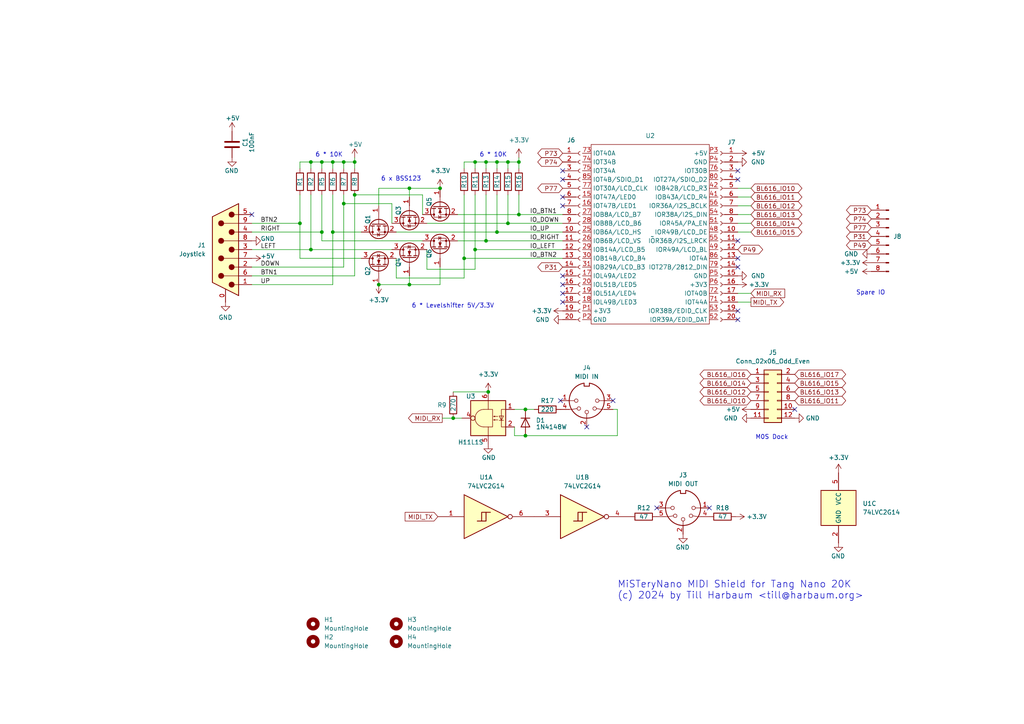
<source format=kicad_sch>
(kicad_sch (version 20231120) (generator "eeschema") (generator_version "8.0")
  (paper "A4")
  (title_block (title "MiSTeryNano MIDI Shield") (date "2024-01-11") (rev "V1.0") (company "Till Harbaum"))
  (lib_symbols
    (symbol "74xGxx:74LVC2G14"
      (property "Reference" "U" (at 0 7.62 0))
      (property "Value" "74LVC2G14" (at 2.54 -7.62 0))
      (symbol "74LVC2G14_1_1"
        (pin input line (at -15.24 0 0) (length 7.62) (name "~") (number "1"))
        (pin output inverted (at 12.7 0 180) (length 7.62) (name "~") (number "6"))
      )
      (symbol "74LVC2G14_2_1"
        (pin input line (at -15.24 0 0) (length 7.62) (name "~") (number "3"))
        (pin output inverted (at 12.7 0 180) (length 7.62) (name "~") (number "4"))
      )
      (symbol "74LVC2G14_3_1"
        (pin power_in line (at 0 -10.16 90) (length 5.08) (name "GND") (number "2"))
        (pin power_in line (at 0 10.16 270) (length 5.08) (name "VCC") (number "5"))
      )
    )
    (symbol "Connector:Conn_01x08_Pin" (pin_names (offset 1.016) hide)
      (property "Reference" "J" (at 0 10.16 0))
      (property "Value" "Conn_01x08_Pin" (at 0 -12.7 0))
      (symbol "Conn_01x08_Pin_1_1"
        (pin passive line (at 5.08 7.62 180) (length 3.81) (name "Pin_1") (number "1"))
        (pin passive line (at 5.08 5.08 180) (length 3.81) (name "Pin_2") (number "2"))
        (pin passive line (at 5.08 2.54 180) (length 3.81) (name "Pin_3") (number "3"))
        (pin passive line (at 5.08 0 180) (length 3.81) (name "Pin_4") (number "4"))
        (pin passive line (at 5.08 -2.54 180) (length 3.81) (name "Pin_5") (number "5"))
        (pin passive line (at 5.08 -5.08 180) (length 3.81) (name "Pin_6") (number "6"))
        (pin passive line (at 5.08 -7.62 180) (length 3.81) (name "Pin_7") (number "7"))
        (pin passive line (at 5.08 -10.16 180) (length 3.81) (name "Pin_8") (number "8"))
      )
    )
    (symbol "Connector:Conn_01x20_Socket" (pin_names (offset 1.016) hide)
      (property "Reference" "J" (at 0 25.4 0))
      (property "Value" "Conn_01x20_Socket" (at 0 -27.94 0))
      (symbol "Conn_01x20_Socket_1_1"
        (pin passive line (at -5.08 22.86 0) (length 3.81) (name "Pin_1") (number "1"))
        (pin passive line (at -5.08 0 0) (length 3.81) (name "Pin_10") (number "10"))
        (pin passive line (at -5.08 -2.54 0) (length 3.81) (name "Pin_11") (number "11"))
        (pin passive line (at -5.08 -5.08 0) (length 3.81) (name "Pin_12") (number "12"))
        (pin passive line (at -5.08 -7.62 0) (length 3.81) (name "Pin_13") (number "13"))
        (pin passive line (at -5.08 -10.16 0) (length 3.81) (name "Pin_14") (number "14"))
        (pin passive line (at -5.08 -12.7 0) (length 3.81) (name "Pin_15") (number "15"))
        (pin passive line (at -5.08 -15.24 0) (length 3.81) (name "Pin_16") (number "16"))
        (pin passive line (at -5.08 -17.78 0) (length 3.81) (name "Pin_17") (number "17"))
        (pin passive line (at -5.08 -20.32 0) (length 3.81) (name "Pin_18") (number "18"))
        (pin passive line (at -5.08 -22.86 0) (length 3.81) (name "Pin_19") (number "19"))
        (pin passive line (at -5.08 20.32 0) (length 3.81) (name "Pin_2") (number "2"))
        (pin passive line (at -5.08 -25.4 0) (length 3.81) (name "Pin_20") (number "20"))
        (pin passive line (at -5.08 17.78 0) (length 3.81) (name "Pin_3") (number "3"))
        (pin passive line (at -5.08 15.24 0) (length 3.81) (name "Pin_4") (number "4"))
        (pin passive line (at -5.08 12.7 0) (length 3.81) (name "Pin_5") (number "5"))
        (pin passive line (at -5.08 10.16 0) (length 3.81) (name "Pin_6") (number "6"))
        (pin passive line (at -5.08 7.62 0) (length 3.81) (name "Pin_7") (number "7"))
        (pin passive line (at -5.08 5.08 0) (length 3.81) (name "Pin_8") (number "8"))
        (pin passive line (at -5.08 2.54 0) (length 3.81) (name "Pin_9") (number "9"))
      )
    )
    (symbol "Connector:DE9_Plug_MountingHoles" (pin_names (offset 1.016) hide)
      (property "Reference" "J" (at 0 16.51 0))
      (property "Value" "DE9_Plug_MountingHoles" (at 0 14.605 0))
      (symbol "DE9_Plug_MountingHoles_1_1"
        (pin passive line (at 0 -15.24 90) (length 3.81) (name "PAD") (number "0"))
        (pin passive line (at -7.62 -10.16 0) (length 3.81) (name "1") (number "1"))
        (pin passive line (at -7.62 -5.08 0) (length 3.81) (name "2") (number "2"))
        (pin passive line (at -7.62 0 0) (length 3.81) (name "3") (number "3"))
        (pin passive line (at -7.62 5.08 0) (length 3.81) (name "4") (number "4"))
        (pin passive line (at -7.62 10.16 0) (length 3.81) (name "5") (number "5"))
        (pin passive line (at -7.62 -7.62 0) (length 3.81) (name "6") (number "6"))
        (pin passive line (at -7.62 -2.54 0) (length 3.81) (name "7") (number "7"))
        (pin passive line (at -7.62 2.54 0) (length 3.81) (name "8") (number "8"))
        (pin passive line (at -7.62 7.62 0) (length 3.81) (name "9") (number "9"))
      )
    )
    (symbol "Connector:DIN-5_180degree" (pin_names (offset 1.016))
      (property "Reference" "J" (at 3.175 5.715 0))
      (property "Value" "DIN-5_180degree" (at 0 -6.35 0))
      (symbol "DIN-5_180degree_1_1"
        (pin passive line (at -7.62 0 0) (length 2.54) (name "~") (number "1"))
        (pin passive line (at 0 7.62 270) (length 2.54) (name "~") (number "2"))
        (pin passive line (at 7.62 0 180) (length 2.54) (name "~") (number "3"))
        (pin passive line (at -7.62 2.54 0) (length 2.54) (name "~") (number "4"))
        (pin passive line (at 7.62 2.54 180) (length 2.54) (name "~") (number "5"))
      )
    )
    (symbol "Connector_Generic:Conn_02x06_Odd_Even" (pin_names (offset 1.016) hide)
      (property "Reference" "J" (at 1.27 7.62 0))
      (property "Value" "Conn_02x06_Odd_Even" (at 1.27 -10.16 0))
      (symbol "Conn_02x06_Odd_Even_1_1"
        (pin passive line (at -5.08 5.08 0) (length 3.81) (name "Pin_1") (number "1"))
        (pin passive line (at 7.62 -5.08 180) (length 3.81) (name "Pin_10") (number "10"))
        (pin passive line (at -5.08 -7.62 0) (length 3.81) (name "Pin_11") (number "11"))
        (pin passive line (at 7.62 -7.62 180) (length 3.81) (name "Pin_12") (number "12"))
        (pin passive line (at 7.62 5.08 180) (length 3.81) (name "Pin_2") (number "2"))
        (pin passive line (at -5.08 2.54 0) (length 3.81) (name "Pin_3") (number "3"))
        (pin passive line (at 7.62 2.54 180) (length 3.81) (name "Pin_4") (number "4"))
        (pin passive line (at -5.08 0 0) (length 3.81) (name "Pin_5") (number "5"))
        (pin passive line (at 7.62 0 180) (length 3.81) (name "Pin_6") (number "6"))
        (pin passive line (at -5.08 -2.54 0) (length 3.81) (name "Pin_7") (number "7"))
        (pin passive line (at 7.62 -2.54 180) (length 3.81) (name "Pin_8") (number "8"))
        (pin passive line (at -5.08 -5.08 0) (length 3.81) (name "Pin_9") (number "9"))
      )
    )
    (symbol "Device:C" (pin_numbers hide) (pin_names (offset 0.254))
      (property "Reference" "C" (at 0.635 2.54 0))
      (property "Value" "C" (at 0.635 -2.54 0))
      (symbol "C_1_1"
        (pin passive line (at 0 3.81 270) (length 2.794) (name "~") (number "1"))
        (pin passive line (at 0 -3.81 90) (length 2.794) (name "~") (number "2"))
      )
    )
    (symbol "Device:R" (pin_numbers hide) (pin_names (offset 0))
      (property "Reference" "R" (at 2.032 0 90))
      (property "Value" "R" (at 0 0 90))
      (symbol "R_1_1"
        (pin passive line (at 0 3.81 270) (length 1.27) (name "~") (number "1"))
        (pin passive line (at 0 -3.81 90) (length 1.27) (name "~") (number "2"))
      )
    )
    (symbol "Diode:1N4148W" (pin_numbers hide) (pin_names hide)
      (property "Reference" "D" (at 0 2.54 0))
      (property "Value" "1N4148W" (at 0 -2.54 0))
      (symbol "1N4148W_1_1"
        (pin passive line (at -3.81 0 0) (length 2.54) (name "K") (number "1"))
        (pin passive line (at 3.81 0 180) (length 2.54) (name "A") (number "2"))
      )
    )
    (symbol "Isolator:H11L1" (pin_names (offset 1.016))
      (property "Reference" "U" (at 1.27 8.89 0))
      (property "Value" "H11L1" (at 1.27 6.35 0))
      (symbol "H11L1_1_1"
        (pin passive line (at -7.62 2.54 0) (length 2.54) (name "~") (number "1"))
        (pin passive line (at -7.62 -2.54 0) (length 2.54) (name "~") (number "2"))
        (pin no_connect line (at -5.08 0 0) (length 2.54) hide (name "~") (number "3"))
        (pin output inverted (at 7.62 0 180) (length 3.81) (name "~") (number "4"))
        (pin power_in line (at 0 -7.62 90) (length 2.54) (name "~") (number "5"))
        (pin power_in line (at 0 7.62 270) (length 2.54) (name "~") (number "6"))
      )
    )
    (symbol "Mechanical:MountingHole" (pin_names (offset 1.016))
      (property "Reference" "H" (at 0 5.08 0))
      (property "Value" "MountingHole" (at 0 3.175 0))
    )
    (symbol "Transistor_FET:BSS123" (pin_names hide)
      (property "Reference" "Q" (at 5.08 1.905 0))
      (property "Value" "BSS123" (at 5.08 0 0))
      (symbol "BSS123_1_1"
        (pin input line (at -5.08 0 0) (length 2.54) (name "G") (number "1"))
        (pin passive line (at 2.54 -5.08 90) (length 2.54) (name "S") (number "2"))
        (pin passive line (at 2.54 5.08 270) (length 2.54) (name "D") (number "3"))
      )
    )
    (symbol "power:+3.3V" (power) (pin_names (offset 0))
      (property "Value" "+3.3V" (at 0 3.556 0))
      (symbol "+3.3V_1_1"
        (pin power_in line (at 0 0 90) (length 0) hide (name "+3.3V") (number "1"))
      )
    )
    (symbol "power:+5V" (power) (pin_names (offset 0))
      (property "Value" "+5V" (at 0 3.556 0))
      (symbol "+5V_1_1"
        (pin power_in line (at 0 0 90) (length 0) hide (name "+5V") (number "1"))
      )
    )
    (symbol "power:GND" (power) (pin_names (offset 0))
      (property "Value" "GND" (at 0 -3.81 0))
      (symbol "GND_1_1"
        (pin power_in line (at 0 0 270) (length 0) hide (name "GND") (number "1"))
      )
    )
    (symbol "tang_nano:tang_nano_20k"
      (property "Reference" "U" (at -16.51 27.94 0))
      (symbol "tang_nano_20k_1_1"
        (pin bidirectional line (at -20.32 11.43 0) (length 2.54) (name "IOT47A/LED0") (number "15"))
        (pin bidirectional line (at -20.32 8.89 0) (length 2.54) (name "IOT47B/LED1") (number "16"))
        (pin bidirectional line (at -20.32 -11.43 0) (length 2.54) (name "IOL49A/LED2") (number "17"))
        (pin bidirectional line (at -20.32 -19.05 0) (length 2.54) (name "IOL49B/LED3") (number "18"))
        (pin bidirectional line (at -20.32 -16.51 0) (length 2.54) (name "IOL51A/LED4") (number "19"))
        (pin bidirectional line (at -20.32 -13.97 0) (length 2.54) (name "IOL51B/LED5") (number "20"))
        (pin bidirectional line (at -20.32 1.27 0) (length 2.54) (name "IOB6A/LCD_HS") (number "25"))
        (pin bidirectional line (at -20.32 -1.27 0) (length 2.54) (name "IOB6B/LCD_VS") (number "26"))
        (pin bidirectional line (at -20.32 6.35 0) (length 2.54) (name "IOB8A/LCD_B7") (number "27"))
        (pin bidirectional line (at -20.32 3.81 0) (length 2.54) (name "IOB8B/LCD_B6") (number "28"))
        (pin bidirectional line (at -20.32 -3.81 0) (length 2.54) (name "IOB14A/LCD_B5") (number "29"))
        (pin bidirectional line (at -20.32 -6.35 0) (length 2.54) (name "IOB14B/LCD_B4") (number "30"))
        (pin bidirectional line (at -20.32 -8.89 0) (length 2.54) (name "IOB29A/LCD_B3") (number "31"))
        (pin bidirectional line (at 19.05 11.43 180) (length 2.54) (name "IOB43A/LCD_R4") (number "41"))
        (pin bidirectional line (at 19.05 13.97 180) (length 2.54) (name "IOB42B/LCD_R3") (number "42"))
        (pin bidirectional line (at 19.05 1.27 180) (length 2.54) (name "IOR49B/LCD_DE") (number "48"))
        (pin bidirectional line (at 19.05 -3.81 180) (length 2.54) (name "IOR49A/LCD_BL") (number "49"))
        (pin bidirectional line (at 19.05 3.81 180) (length 2.54) (name "IOR45A/PA_EN") (number "51"))
        (pin bidirectional line (at 19.05 -24.13 180) (length 2.54) (name "IOR39A/EDID_DAT") (number "52"))
        (pin bidirectional line (at 19.05 -21.59 180) (length 2.54) (name "IOR38B/EDID_CLK") (number "53"))
        (pin bidirectional line (at 19.05 6.35 180) (length 2.54) (name "IOR38A/I2S_DIN") (number "54"))
        (pin bidirectional line (at 19.05 -1.27 180) (length 2.54) (name "IOR36B/I2S_LRCK") (number "55"))
        (pin bidirectional line (at 19.05 8.89 180) (length 2.54) (name "IOR36A/I2S_BCLK") (number "56"))
        (pin bidirectional line (at 19.05 -19.05 180) (length 2.54) (name "IOT44A") (number "71"))
        (pin bidirectional line (at 19.05 -16.51 180) (length 2.54) (name "IOT40B") (number "72"))
        (pin bidirectional line (at -20.32 24.13 0) (length 2.54) (name "IOT40A") (number "73"))
        (pin bidirectional line (at -20.32 21.59 0) (length 2.54) (name "IOT34B") (number "74"))
        (pin bidirectional line (at -20.32 19.05 0) (length 2.54) (name "IOT34A") (number "75"))
        (pin bidirectional line (at 19.05 19.05 180) (length 2.54) (name "IOT30B") (number "76"))
        (pin bidirectional line (at -20.32 13.97 0) (length 2.54) (name "IOT30A/LCD_CLK") (number "77"))
        (pin bidirectional line (at 19.05 -8.89 180) (length 2.54) (name "IOT27B/2812_DIN") (number "79"))
        (pin bidirectional line (at 19.05 16.51 180) (length 2.54) (name "IOT27A/SDIO_D2") (number "80"))
        (pin bidirectional line (at -20.32 16.51 0) (length 2.54) (name "IOT4B/SDIO_D1") (number "85"))
        (pin bidirectional line (at 19.05 -6.35 180) (length 2.54) (name "IOT4A") (number "86"))
        (pin power_out line (at -20.32 -21.59 0) (length 2.54) (name "+3V3") (number "P1"))
        (pin power_in line (at -20.32 -24.13 0) (length 2.54) (name "GND") (number "P2"))
        (pin power_in line (at 19.05 24.13 180) (length 2.54) (name "+5V") (number "P3"))
        (pin power_in line (at 19.05 21.59 180) (length 2.54) (name "GND") (number "P4"))
        (pin power_in line (at 19.05 -11.43 180) (length 2.54) (name "GND") (number "P5"))
        (pin power_out line (at 19.05 -13.97 180) (length 2.54) (name "+3V3") (number "P6"))
      )
    )
  )
  (junction (at 93.345 67.31))
  (junction (at 90.17 46.99))
  (junction (at 118.745 54.61))
  (junction (at 141.605 113.665))
  (junction (at 90.17 72.39))
  (junction (at 152.4 126.365))
  (junction (at 102.87 46.99))
  (junction (at 134.62 74.93))
  (junction (at 152.4 118.745))
  (junction (at 93.345 46.99))
  (junction (at 147.32 46.99))
  (junction (at 137.795 46.99))
  (junction (at 86.995 64.77))
  (junction (at 144.145 46.99))
  (junction (at 99.695 46.99))
  (junction (at 118.745 82.55))
  (junction (at 140.97 46.99))
  (junction (at 137.795 72.39))
  (junction (at 109.855 82.55))
  (junction (at 99.695 59.055))
  (junction (at 140.97 69.85))
  (junction (at 96.52 46.99))
  (junction (at 150.495 62.23))
  (junction (at 131.445 121.285))
  (junction (at 147.32 64.77))
  (junction (at 127.635 54.61))
  (junction (at 144.145 67.31))
  (junction (at 150.495 46.99))
  (junction (at 96.52 67.31))
  (junction (at 102.87 56.515))
  (no_connect (at 213.995 49.53))
  (no_connect (at 213.995 69.85))
  (no_connect (at 163.195 82.55))
  (no_connect (at 162.56 116.205))
  (no_connect (at 163.195 80.01))
  (no_connect (at 205.74 147.32))
  (no_connect (at 163.195 49.53))
  (no_connect (at 163.195 52.07))
  (no_connect (at 163.195 59.69))
  (no_connect (at 190.5 147.32))
  (no_connect (at 163.195 85.09))
  (no_connect (at 213.995 77.47))
  (no_connect (at 213.995 90.17))
  (no_connect (at 73.025 62.23))
  (no_connect (at 170.18 123.825))
  (no_connect (at 163.195 57.15))
  (no_connect (at 163.195 87.63))
  (no_connect (at 213.995 52.07))
  (no_connect (at 213.995 92.71))
  (no_connect (at 213.995 74.93))
  (no_connect (at 177.8 116.205))
  (no_connect (at 230.505 118.745))
  (wire (pts (xy 118.745 54.61) (xy 127.635 54.61)))
  (wire (pts (xy 144.145 56.515) (xy 144.145 67.31)))
  (wire (pts (xy 123.825 64.77) (xy 147.32 64.77)))
  (wire (pts (xy 137.795 56.515) (xy 137.795 72.39)))
  (wire (pts (xy 179.07 118.745) (xy 179.07 126.365)))
  (wire (pts (xy 122.555 56.515) (xy 122.555 62.23)))
  (wire (pts (xy 134.62 46.99) (xy 137.795 46.99)))
  (wire (pts (xy 90.17 46.99) (xy 90.17 48.895)))
  (wire (pts (xy 96.52 67.31) (xy 104.775 67.31)))
  (wire (pts (xy 179.07 126.365) (xy 152.4 126.365)))
  (wire (pts (xy 134.62 56.515) (xy 134.62 74.93)))
  (wire (pts (xy 150.495 46.99) (xy 150.495 45.72)))
  (wire (pts (xy 118.745 82.55) (xy 127.635 82.55)))
  (wire (pts (xy 86.995 74.93) (xy 86.995 64.77)))
  (wire (pts (xy 140.97 69.85) (xy 163.195 69.85)))
  (wire (pts (xy 147.32 46.99) (xy 150.495 46.99)))
  (wire (pts (xy 144.145 46.99) (xy 144.145 48.895)))
  (wire (pts (xy 99.695 59.055) (xy 99.695 56.515)))
  (wire (pts (xy 99.695 46.99) (xy 99.695 48.895)))
  (wire (pts (xy 86.995 48.895) (xy 86.995 46.99)))
  (wire (pts (xy 86.995 46.99) (xy 90.17 46.99)))
  (wire (pts (xy 96.52 46.99) (xy 99.695 46.99)))
  (wire (pts (xy 73.025 64.77) (xy 86.995 64.77)))
  (wire (pts (xy 113.665 59.055) (xy 99.695 59.055)))
  (wire (pts (xy 109.855 54.61) (xy 118.745 54.61)))
  (wire (pts (xy 177.8 118.745) (xy 179.07 118.745)))
  (wire (pts (xy 86.995 64.77) (xy 86.995 56.515)))
  (wire (pts (xy 149.225 126.365) (xy 149.225 123.825)))
  (wire (pts (xy 213.995 57.15) (xy 217.805 57.15)))
  (wire (pts (xy 86.995 74.93) (xy 104.775 74.93)))
  (wire (pts (xy 102.87 46.99) (xy 102.87 48.895)))
  (wire (pts (xy 99.695 59.055) (xy 99.695 77.47)))
  (wire (pts (xy 123.825 78.105) (xy 137.795 78.105)))
  (wire (pts (xy 152.4 126.365) (xy 149.225 126.365)))
  (wire (pts (xy 134.62 74.93) (xy 163.195 74.93)))
  (wire (pts (xy 93.345 46.99) (xy 96.52 46.99)))
  (wire (pts (xy 213.995 62.23) (xy 217.805 62.23)))
  (wire (pts (xy 96.52 67.31) (xy 96.52 56.515)))
  (wire (pts (xy 73.025 77.47) (xy 99.695 77.47)))
  (wire (pts (xy 140.97 46.99) (xy 140.97 48.895)))
  (wire (pts (xy 90.17 72.39) (xy 90.17 56.515)))
  (wire (pts (xy 213.995 64.77) (xy 217.805 64.77)))
  (wire (pts (xy 131.445 121.285) (xy 133.985 121.285)))
  (wire (pts (xy 137.795 78.105) (xy 137.795 72.39)))
  (wire (pts (xy 118.745 57.15) (xy 118.745 54.61)))
  (wire (pts (xy 113.665 59.055) (xy 113.665 64.77)))
  (wire (pts (xy 152.4 118.745) (xy 149.225 118.745)))
  (wire (pts (xy 150.495 62.23) (xy 163.195 62.23)))
  (wire (pts (xy 128.27 121.285) (xy 131.445 121.285)))
  (wire (pts (xy 137.795 46.99) (xy 137.795 48.895)))
  (wire (pts (xy 213.995 85.09) (xy 217.805 85.09)))
  (wire (pts (xy 99.695 46.99) (xy 102.87 46.99)))
  (wire (pts (xy 102.87 56.515) (xy 122.555 56.515)))
  (wire (pts (xy 109.855 82.55) (xy 118.745 82.55)))
  (wire (pts (xy 114.935 80.645) (xy 134.62 80.645)))
  (wire (pts (xy 73.025 72.39) (xy 90.17 72.39)))
  (wire (pts (xy 213.995 54.61) (xy 217.805 54.61)))
  (wire (pts (xy 140.97 56.515) (xy 140.97 69.85)))
  (wire (pts (xy 114.935 74.93) (xy 114.935 80.645)))
  (wire (pts (xy 114.935 67.31) (xy 144.145 67.31)))
  (wire (pts (xy 102.87 56.515) (xy 102.87 80.01)))
  (wire (pts (xy 137.795 46.99) (xy 140.97 46.99)))
  (wire (pts (xy 150.495 56.515) (xy 150.495 62.23)))
  (wire (pts (xy 123.825 72.39) (xy 123.825 78.105)))
  (wire (pts (xy 93.345 69.85) (xy 93.345 67.31)))
  (wire (pts (xy 131.445 113.665) (xy 141.605 113.665)))
  (wire (pts (xy 73.025 82.55) (xy 96.52 82.55)))
  (wire (pts (xy 93.345 69.85) (xy 122.555 69.85)))
  (wire (pts (xy 132.715 62.23) (xy 150.495 62.23)))
  (wire (pts (xy 134.62 80.645) (xy 134.62 74.93)))
  (wire (pts (xy 73.025 67.31) (xy 93.345 67.31)))
  (wire (pts (xy 127.635 82.55) (xy 127.635 77.47)))
  (wire (pts (xy 147.32 56.515) (xy 147.32 64.77)))
  (wire (pts (xy 96.52 67.31) (xy 96.52 82.55)))
  (wire (pts (xy 154.94 118.745) (xy 152.4 118.745)))
  (wire (pts (xy 132.715 69.85) (xy 140.97 69.85)))
  (wire (pts (xy 90.17 72.39) (xy 113.665 72.39)))
  (wire (pts (xy 144.145 46.99) (xy 147.32 46.99)))
  (wire (pts (xy 140.97 46.99) (xy 144.145 46.99)))
  (wire (pts (xy 93.345 67.31) (xy 93.345 56.515)))
  (wire (pts (xy 73.025 80.01) (xy 102.87 80.01)))
  (wire (pts (xy 109.855 59.69) (xy 109.855 54.61)))
  (wire (pts (xy 147.32 46.99) (xy 147.32 48.895)))
  (wire (pts (xy 150.495 46.99) (xy 150.495 48.895)))
  (wire (pts (xy 93.345 46.99) (xy 93.345 48.895)))
  (wire (pts (xy 137.795 72.39) (xy 163.195 72.39)))
  (wire (pts (xy 134.62 48.895) (xy 134.62 46.99)))
  (wire (pts (xy 213.995 87.63) (xy 217.805 87.63)))
  (wire (pts (xy 90.17 46.99) (xy 93.345 46.99)))
  (wire (pts (xy 213.995 67.31) (xy 217.805 67.31)))
  (wire (pts (xy 96.52 46.99) (xy 96.52 48.895)))
  (wire (pts (xy 118.745 80.01) (xy 118.745 82.55)))
  (wire (pts (xy 213.995 59.69) (xy 217.805 59.69)))
  (wire (pts (xy 147.32 64.77) (xy 163.195 64.77)))
  (wire (pts (xy 102.87 46.99) (xy 102.87 45.72)))
  (wire (pts (xy 144.145 67.31) (xy 163.195 67.31)))
  (text "6 * Levelshifter 5V/3.3V" (at 119.38 89.535 0) (effects (font (size 1.27 1.27)) (justify left bottom)))
  (text "Spare IO" (at 248.285 85.725 0) (effects (font (size 1.27 1.27)) (justify left bottom)))
  (text "MiSTeryNano MIDI Shield for Tang Nano 20K\n(c) 2024 by Till Harbaum <till@harbaum.org>" (at 179.07 173.99 0) (effects (font (size 2 2)) (justify left bottom)))
  (text "6 * 10K" (at 91.44 45.72 0) (effects (font (size 1.27 1.27)) (justify left bottom)))
  (text "6 x BSS123" (at 110.49 52.705 0) (effects (font (size 1.27 1.27)) (justify left bottom)))
  (text "6 * 10K" (at 139.065 45.72 0) (effects (font (size 1.27 1.27)) (justify left bottom)))
  (text "M0S Dock" (at 219.075 127.635 0) (effects (font (size 1.27 1.27)) (justify left bottom)))
  (label "IO_LEFT" (at 153.67 72.39 0))
  (label "BTN2" (at 75.565 64.77 0))
  (label "LEFT" (at 75.565 72.39 0))
  (label "UP" (at 75.565 82.55 0))
  (label "BTN1" (at 75.565 80.01 0))
  (label "IO_BTN1" (at 153.67 62.23 0))
  (label "IO_UP" (at 153.67 67.31 0))
  (label "IO_DOWN" (at 153.67 64.77 0))
  (label "IO_BTN2" (at 153.67 74.93 0))
  (label "IO_RIGHT" (at 153.67 69.85 0))
  (label "DOWN" (at 75.565 77.47 0))
  (label "RIGHT" (at 75.565 67.31 0))
  (global_label "BL616_IO12" (shape bidirectional) (at 217.805 59.69 0) (property "Intersheetrefs" "${INTERSHEET_REFS}" (effects (hide yes))))
  (global_label "BL616_IO10" (shape bidirectional) (at 217.805 116.205 180) (property "Intersheetrefs" "${INTERSHEET_REFS}" (effects (hide yes))))
  (global_label "BL616_IO10" (shape bidirectional) (at 217.805 54.61 0) (property "Intersheetrefs" "${INTERSHEET_REFS}" (effects (hide yes))))
  (global_label "P31" (shape bidirectional) (at 163.195 77.47 180) (property "Intersheetrefs" "${INTERSHEET_REFS}" (effects (hide yes))))
  (global_label "P49" (shape bidirectional) (at 252.73 71.12 180) (property "Intersheetrefs" "${INTERSHEET_REFS}" (effects (hide yes))))
  (global_label "BL616_IO17" (shape bidirectional) (at 230.505 108.585 0) (property "Intersheetrefs" "${INTERSHEET_REFS}" (effects (hide yes))))
  (global_label "P49" (shape bidirectional) (at 213.995 72.39 0) (property "Intersheetrefs" "${INTERSHEET_REFS}" (effects (hide yes))))
  (global_label "P74" (shape bidirectional) (at 252.73 63.5 180) (property "Intersheetrefs" "${INTERSHEET_REFS}" (effects (hide yes))))
  (global_label "BL616_IO13" (shape bidirectional) (at 217.805 62.23 0) (property "Intersheetrefs" "${INTERSHEET_REFS}" (effects (hide yes))))
  (global_label "MIDI_TX" (shape input) (at 127 149.86 180) (property "Intersheetrefs" "${INTERSHEET_REFS}" (effects (hide yes))))
  (global_label "BL616_IO11" (shape bidirectional) (at 230.505 116.205 0) (property "Intersheetrefs" "${INTERSHEET_REFS}" (effects (hide yes))))
  (global_label "BL616_IO15" (shape bidirectional) (at 230.505 111.125 0) (property "Intersheetrefs" "${INTERSHEET_REFS}" (effects (hide yes))))
  (global_label "BL616_IO11" (shape bidirectional) (at 217.805 57.15 0) (property "Intersheetrefs" "${INTERSHEET_REFS}" (effects (hide yes))))
  (global_label "BL616_IO16" (shape bidirectional) (at 217.805 108.585 180) (property "Intersheetrefs" "${INTERSHEET_REFS}" (effects (hide yes))))
  (global_label "BL616_IO15" (shape bidirectional) (at 217.805 67.31 0) (property "Intersheetrefs" "${INTERSHEET_REFS}" (effects (hide yes))))
  (global_label "MIDI_RX" (shape input) (at 217.805 85.09 0) (property "Intersheetrefs" "${INTERSHEET_REFS}" (effects (hide yes))))
  (global_label "BL616_IO14" (shape bidirectional) (at 217.805 111.125 180) (property "Intersheetrefs" "${INTERSHEET_REFS}" (effects (hide yes))))
  (global_label "P74" (shape bidirectional) (at 163.195 46.99 180) (property "Intersheetrefs" "${INTERSHEET_REFS}" (effects (hide yes))))
  (global_label "P73" (shape bidirectional) (at 252.73 60.96 180) (property "Intersheetrefs" "${INTERSHEET_REFS}" (effects (hide yes))))
  (global_label "P77" (shape bidirectional) (at 252.73 66.04 180) (property "Intersheetrefs" "${INTERSHEET_REFS}" (effects (hide yes))))
  (global_label "MIDI_TX" (shape output) (at 217.805 87.63 0) (property "Intersheetrefs" "${INTERSHEET_REFS}" (effects (hide yes))))
  (global_label "MIDI_RX" (shape output) (at 128.27 121.285 180) (property "Intersheetrefs" "${INTERSHEET_REFS}" (effects (hide yes))))
  (global_label "BL616_IO14" (shape bidirectional) (at 217.805 64.77 0) (property "Intersheetrefs" "${INTERSHEET_REFS}" (effects (hide yes))))
  (global_label "P77" (shape bidirectional) (at 163.195 54.61 180) (property "Intersheetrefs" "${INTERSHEET_REFS}" (effects (hide yes))))
  (global_label "P31" (shape bidirectional) (at 252.73 68.58 180) (property "Intersheetrefs" "${INTERSHEET_REFS}" (effects (hide yes))))
  (global_label "P73" (shape bidirectional) (at 163.195 44.45 180) (property "Intersheetrefs" "${INTERSHEET_REFS}" (effects (hide yes))))
  (global_label "BL616_IO12" (shape bidirectional) (at 217.805 113.665 180) (property "Intersheetrefs" "${INTERSHEET_REFS}" (effects (hide yes))))
  (global_label "BL616_IO13" (shape bidirectional) (at 230.505 113.665 0) (property "Intersheetrefs" "${INTERSHEET_REFS}" (effects (hide yes))))
  (symbol (lib_id "Device:R") (at 96.52 52.705 180) (unit 1)
    (property "Reference" "R6" (at 96.52 52.705 90))
    (property "Value" "10k" (effects (hide yes)))
    (property "Footprint" "Resistor_SMD:R_0805_2012Metric" (effects (hide yes)))
    (property "LCSC Part #" "C17414" (effects (hide yes)))
  )
  (symbol (lib_id "power:+5V") (at 252.73 78.74 90) (mirror x) (unit 1)
    (property "Reference" "#PWR028" (effects (hide yes)))
    (property "Value" "+5V" (at 248.92 78.74 90) (effects (justify left)))
  )
  (symbol (lib_id "Mechanical:MountingHole") (at 90.805 180.975 0) (unit 1) (in_bom no)
    (property "Reference" "H1" (at 93.98 179.705 0) (effects (justify left)))
    (property "Value" "MountingHole" (at 93.98 182.245 0) (effects (justify left)))
    (property "Footprint" "MountingHole:MountingHole_3.2mm_M3" (effects (hide yes)))
  )
  (symbol (lib_id "Connector:DIN-5_180degree") (at 198.12 147.32 180) (unit 1)
    (property "Reference" "J3" (at 198.1199 137.795 0))
    (property "Value" "MIDI OUT" (at 198.1199 140.335 0))
    (property "Footprint" "tangnano:din-5" (effects (hide yes)))
    (property "Datasheet" "http://www.mouser.com/ds/2/18/40_c091_abd_e-75918.pdf" (effects (hide yes)))
    (property "LCSC Part #" "C2939346" (effects (hide yes)))
    (property "JLCPCB Position Offset" "0,-1" (effects (hide yes)))
  )
  (symbol (lib_id "Connector_Generic:Conn_02x06_Odd_Even") (at 222.885 113.665 0) (unit 1)
    (property "Reference" "J5" (at 224.155 102.235 0))
    (property "Value" "Conn_02x06_Odd_Even" (at 224.155 104.775 0))
    (property "Footprint" "Connector_PinSocket_2.54mm:PinSocket_2x06_P2.54mm_Horizontal" (effects (hide yes)))
    (property "LCSC Part #" "C5333437" (effects (hide yes)))
    (property "JLCPCB Rotation Offset" "270" (effects (hide yes)))
    (property "JLCPCB Position Offset" "6.35,-1.5" (effects (hide yes)))
  )
  (symbol (lib_id "Diode:1N4148W") (at 152.4 122.555 90) (mirror x) (unit 1)
    (property "Reference" "D1" (at 158.115 121.92 90) (effects (justify left)))
    (property "Value" "1N4148W" (at 164.465 123.825 90) (effects (justify left)))
    (property "Footprint" "Diode_SMD:D_SOD-123" (effects (hide yes)))
    (property "Datasheet" "https://www.vishay.com/docs/85748/1n4148w.pdf" (effects (hide yes)))
    (property "Sim.Device" "D" (effects (hide yes)))
    (property "Sim.Pins" "1=K 2=A" (effects (hide yes)))
    (property "LCSC Part #" "C81598" (effects (hide yes)))
  )
  (symbol (lib_id "Device:R") (at 131.445 117.475 0) (mirror x) (unit 1)
    (property "Reference" "R9" (at 129.54 117.475 0) (effects (justify right)))
    (property "Value" "270" (at 131.445 119.38 90) (effects (justify right)))
    (property "Footprint" "Resistor_SMD:R_0805_2012Metric" (effects (hide yes)))
    (property "LCSC Part #" " C17590" (effects (hide yes)))
  )
  (symbol (lib_id "Connector:Conn_01x08_Pin") (at 257.81 68.58 0) (mirror y) (unit 1)
    (property "Reference" "J8" (at 259.08 68.58 0) (effects (justify right)))
    (property "Value" "Conn_02x04_Pin" (effects (hide yes)))
    (property "Footprint" "Connector_PinHeader_2.54mm:PinHeader_2x04_P2.54mm_Vertical" (effects (hide yes)))
    (property "LCSC Part #" " C706894" (effects (hide yes)))
    (property "JLCPCB Rotation Offset" "90" (effects (hide yes)))
    (property "JLCPCB Position Offset" "-3.81,-1.27" (effects (hide yes)))
  )
  (symbol (lib_id "power:+3.3V") (at 150.495 45.72 0) (unit 1)
    (property "Reference" "#PWR015" (effects (hide yes)))
    (property "Value" "+3.3V" (at 150.495 40.64 0))
  )
  (symbol (lib_id "Connector:Conn_01x20_Socket") (at 208.915 67.31 0) (mirror y) (unit 1)
    (property "Reference" "J7" (at 213.36 41.275 0) (effects (justify left)))
    (property "Value" "Conn_01x20_Socket" (effects (hide yes)))
    (property "Footprint" "Connector_PinSocket_2.54mm:PinSocket_1x20_P2.54mm_Vertical" (effects (hide yes)))
    (property "LCSC Part #" " C5224030" (effects (hide yes)))
  )
  (symbol (lib_id "power:GND") (at 243.205 157.48 0) (unit 1)
    (property "Reference" "#PWR029" (effects (hide yes)))
    (property "Value" "GND" (at 245.11 161.29 0) (effects (justify right)))
  )
  (symbol (lib_id "power:+5V") (at 213.995 44.45 270) (unit 1)
    (property "Reference" "#PWR020" (effects (hide yes)))
    (property "Value" "+5V" (at 217.805 44.45 90) (effects (justify left)))
  )
  (symbol (lib_id "Device:R") (at 134.62 52.705 180) (unit 1)
    (property "Reference" "R10" (at 134.62 52.705 90))
    (property "Value" "10k" (effects (hide yes)))
    (property "Footprint" "Resistor_SMD:R_0805_2012Metric" (effects (hide yes)))
    (property "LCSC Part #" "C17414" (effects (hide yes)))
  )
  (symbol (lib_id "power:GND") (at 198.12 154.94 0) (unit 1)
    (property "Reference" "#PWR016" (effects (hide yes)))
    (property "Value" "GND" (at 200.025 158.75 0) (effects (justify right)))
  )
  (symbol (lib_id "power:+5V") (at 73.025 74.93 270) (unit 1)
    (property "Reference" "#PWR05" (effects (hide yes)))
    (property "Value" "+5V" (at 75.565 74.295 90) (effects (justify left)))
  )
  (symbol (lib_id "tang_nano:tang_nano_20k") (at 189.23 68.58 0) (unit 1) (in_bom no) (on_board no)
    (property "Reference" "U2" (at 188.595 39.37 0))
    (property "Value" "~" (at 189.23 68.58 0))
    (property "Footprint" "tangnano:tang nano 20k" (effects (hide yes)))
  )
  (symbol (lib_id "power:GND") (at 213.995 80.01 90) (unit 1)
    (property "Reference" "#PWR022" (effects (hide yes)))
    (property "Value" "GND" (at 217.805 80.01 90) (effects (justify right)))
  )
  (symbol (lib_id "power:+3.3V") (at 109.855 82.55 180) (unit 1)
    (property "Reference" "#PWR010" (effects (hide yes)))
    (property "Value" "+3.3V" (at 109.855 86.995 0))
  )
  (symbol (lib_id "Connector:DIN-5_180degree") (at 170.18 116.205 0) (mirror x) (unit 1)
    (property "Reference" "J4" (at 170.1801 106.68 0))
    (property "Value" "MIDI IN" (at 170.1801 109.22 0))
    (property "Footprint" "tangnano:din-5" (effects (hide yes)))
    (property "Datasheet" "http://www.mouser.com/ds/2/18/40_c091_abd_e-75918.pdf" (effects (hide yes)))
    (property "LCSC Part #" "C2939346" (effects (hide yes)))
    (property "JLCPCB Position Offset" "0,-1" (effects (hide yes)))
  )
  (symbol (lib_id "power:GND") (at 67.31 45.72 0) (unit 1)
    (property "Reference" "#PWR03" (effects (hide yes)))
    (property "Value" "GND" (at 69.215 49.53 0) (effects (justify right)))
  )
  (symbol (lib_id "Mechanical:MountingHole") (at 114.935 180.975 0) (unit 1) (in_bom no)
    (property "Reference" "H3" (at 118.11 179.705 0) (effects (justify left)))
    (property "Value" "MountingHole" (at 118.11 182.245 0) (effects (justify left)))
    (property "Footprint" "MountingHole:MountingHole_3.2mm_M3" (effects (hide yes)))
  )
  (symbol (lib_id "Connector:Conn_01x20_Socket") (at 168.275 67.31 0) (unit 1)
    (property "Reference" "J6" (at 164.465 40.64 0) (effects (justify left)))
    (property "Value" "Conn_01x20_Socket" (effects (hide yes)))
    (property "Footprint" "Connector_PinSocket_2.54mm:PinSocket_1x20_P2.54mm_Vertical" (effects (hide yes)))
    (property "LCSC Part #" " C5224030" (effects (hide yes)))
  )
  (symbol (lib_id "Mechanical:MountingHole") (at 90.805 186.055 0) (unit 1) (in_bom no)
    (property "Reference" "H2" (at 93.98 184.785 0) (effects (justify left)))
    (property "Value" "MountingHole" (at 93.98 187.325 0) (effects (justify left)))
    (property "Footprint" "MountingHole:MountingHole_3.2mm_M3" (effects (hide yes)))
  )
  (symbol (lib_id "power:GND") (at 217.805 121.285 270) (unit 1)
    (property "Reference" "#PWR025" (effects (hide yes)))
    (property "Value" "GND" (at 213.995 121.285 90) (effects (justify right)))
  )
  (symbol (lib_id "Isolator:H11L1") (at 141.605 121.285 0) (mirror y) (unit 1)
    (property "Reference" "U3" (at 136.525 114.935 0))
    (property "Value" "H11L1S" (at 136.525 128.27 0))
    (property "Footprint" "Package_DIP:SMDIP-6_W9.53mm" (effects (hide yes)))
    (property "Datasheet" "https://www.onsemi.com/pub/Collateral/H11L3M-D.PDF" (effects (hide yes)))
    (property "LCSC Part #" "C78589" (effects (hide yes)))
    (property "JLCPCB Rotation Offset" "270" (effects (hide yes)))
  )
  (symbol (lib_id "power:+3.3V") (at 252.73 76.2 90) (mirror x) (unit 1)
    (property "Reference" "#PWR027" (effects (hide yes)))
    (property "Value" "+3.3V" (at 249.555 76.2 90) (effects (justify left)))
  )
  (symbol (lib_id "Device:R") (at 93.345 52.705 180) (unit 1)
    (property "Reference" "R5" (at 93.345 52.705 90))
    (property "Value" "10k" (effects (hide yes)))
    (property "Footprint" "Resistor_SMD:R_0805_2012Metric" (effects (hide yes)))
    (property "LCSC Part #" "C17414" (effects (hide yes)))
  )
  (symbol (lib_id "Device:R") (at 150.495 52.705 180) (unit 1)
    (property "Reference" "R16" (at 150.495 52.705 90))
    (property "Value" "10k" (effects (hide yes)))
    (property "Footprint" "Resistor_SMD:R_0805_2012Metric" (effects (hide yes)))
    (property "LCSC Part #" "C17414" (effects (hide yes)))
  )
  (symbol (lib_id "power:GND") (at 141.605 128.905 0) (mirror y) (unit 1)
    (property "Reference" "#PWR013" (effects (hide yes)))
    (property "Value" "GND" (at 139.7 132.715 0) (effects (justify right)))
  )
  (symbol (lib_id "power:GND") (at 65.405 87.63 0) (mirror y) (unit 1)
    (property "Reference" "#PWR01" (effects (hide yes)))
    (property "Value" "GND" (at 65.405 92.075 0))
  )
  (symbol (lib_id "power:+3.3V") (at 213.36 149.86 270) (unit 1)
    (property "Reference" "#PWR019" (effects (hide yes)))
    (property "Value" "+3.3V" (at 216.535 149.86 90) (effects (justify left)))
  )
  (symbol (lib_id "74xGxx:74LVC2G14") (at 170.18 149.86 0) (unit 2)
    (property "Reference" "U1" (at 168.91 138.43 0))
    (property "Value" "74LVC2G14" (at 168.91 140.97 0))
    (property "Footprint" "Package_TO_SOT_SMD:SOT-23-6" (effects (hide yes)))
    (property "Datasheet" "https://www.ti.com/lit/ds/symlink/sn74lvc2g14.pdf" (effects (hide yes)))
    (property "LCSC Part #" "C5375976" (effects (hide yes)))
    (property "JLCPCB Rotation Offset" "90" (effects (hide yes)))
  )
  (symbol (lib_id "Device:R") (at 140.97 52.705 180) (unit 1)
    (property "Reference" "R13" (at 140.97 52.705 90))
    (property "Value" "10k" (effects (hide yes)))
    (property "Footprint" "Resistor_SMD:R_0805_2012Metric" (effects (hide yes)))
    (property "LCSC Part #" "C17414" (effects (hide yes)))
  )
  (symbol (lib_id "power:+3.3V") (at 141.605 113.665 0) (unit 1)
    (property "Reference" "#PWR014" (effects (hide yes)))
    (property "Value" "+3.3V" (at 141.605 108.585 0))
  )
  (symbol (lib_id "power:GND") (at 252.73 73.66 270) (mirror x) (unit 1)
    (property "Reference" "#PWR011" (effects (hide yes)))
    (property "Value" "GND" (at 248.92 73.66 90) (effects (justify right)))
  )
  (symbol (lib_id "Device:R") (at 99.695 52.705 180) (unit 1)
    (property "Reference" "R7" (at 99.695 52.705 90))
    (property "Value" "10k" (effects (hide yes)))
    (property "Footprint" "Resistor_SMD:R_0805_2012Metric" (effects (hide yes)))
    (property "LCSC Part #" "C17414" (effects (hide yes)))
  )
  (symbol (lib_id "Transistor_FET:BSS123") (at 127.635 59.69 90) (mirror x) (unit 1)
    (property "Reference" "Q5" (at 124.46 57.15 0) (effects (justify left)))
    (property "Value" "BSS123" (effects (hide yes)))
    (property "Footprint" "Package_TO_SOT_SMD:SOT-23" (effects (hide yes)))
    (property "Datasheet" "http://www.diodes.com/assets/Datasheets/ds30366.pdf" (effects (hide yes)))
    (property "JLCPCB Rotation Offset" "180" (effects (hide yes)))
    (property "LCSC Part #" "C79015" (effects (hide yes)))
  )
  (symbol (lib_id "74xGxx:74LVC2G14") (at 243.205 147.32 0) (unit 3)
    (property "Reference" "U1" (at 250.19 146.05 0) (effects (justify left)))
    (property "Value" "74LVC2G14" (at 250.19 148.59 0) (effects (justify left)))
    (property "Footprint" "Package_TO_SOT_SMD:SOT-23-6" (effects (hide yes)))
    (property "Datasheet" "https://www.ti.com/lit/ds/symlink/sn74lvc2g14.pdf" (effects (hide yes)))
    (property "LCSC Part #" "C5375976" (effects (hide yes)))
    (property "JLCPCB Rotation Offset" "90" (effects (hide yes)))
  )
  (symbol (lib_id "Transistor_FET:BSS123") (at 118.745 74.93 90) (unit 1)
    (property "Reference" "Q4" (at 115.57 77.47 0) (effects (justify left)))
    (property "Value" "BSS123" (effects (hide yes)))
    (property "Footprint" "Package_TO_SOT_SMD:SOT-23" (effects (hide yes)))
    (property "Datasheet" "http://www.diodes.com/assets/Datasheets/ds30366.pdf" (effects (hide yes)))
    (property "JLCPCB Rotation Offset" "180" (effects (hide yes)))
    (property "LCSC Part #" "C79015" (effects (hide yes)))
  )
  (symbol (lib_id "Device:R") (at 144.145 52.705 180) (unit 1)
    (property "Reference" "R14" (at 144.145 52.705 90))
    (property "Value" "10k" (effects (hide yes)))
    (property "Footprint" "Resistor_SMD:R_0805_2012Metric" (effects (hide yes)))
    (property "LCSC Part #" "C17414" (effects (hide yes)))
  )
  (symbol (lib_id "power:+5V") (at 102.87 45.72 0) (unit 1)
    (property "Reference" "#PWR09" (effects (hide yes)))
    (property "Value" "+5V" (at 100.965 41.91 0) (effects (justify left)))
  )
  (symbol (lib_id "Connector:DE9_Plug_MountingHoles") (at 65.405 72.39 0) (mirror y) (unit 1)
    (property "Reference" "J1" (at 59.69 71.12 0) (effects (justify left)))
    (property "Value" "Joystick" (at 59.69 73.66 0) (effects (justify left)))
    (property "Footprint" "Connector_Dsub:DSUB-9_Male_Horizontal_P2.77x2.84mm_EdgePinOffset7.70mm_Housed_MountingHolesOffset9.12mm" (effects (hide yes)))
    (property "Datasheet" " ~" (effects (hide yes)))
    (property "LCSC Part #" "C141880" (effects (hide yes)))
    (property "JLCPCB Rotation Offset" "270" (effects (hide yes)))
    (property "JLCPCB Position Offset" "1,5.5" (effects (hide yes)))
  )
  (symbol (lib_id "Device:R") (at 209.55 149.86 90) (unit 1)
    (property "Reference" "R18" (at 209.55 147.32 90))
    (property "Value" "47" (at 209.55 149.86 90))
    (property "Footprint" "Resistor_SMD:R_0805_2012Metric" (effects (hide yes)))
    (property "LCSC Part #" " C17714" (effects (hide yes)))
  )
  (symbol (lib_id "Device:R") (at 90.17 52.705 180) (unit 1)
    (property "Reference" "R2" (at 90.17 52.705 90))
    (property "Value" "10k" (effects (hide yes)))
    (property "Footprint" "Resistor_SMD:R_0805_2012Metric" (effects (hide yes)))
    (property "LCSC Part #" "C17414" (effects (hide yes)))
  )
  (symbol (lib_id "power:GND") (at 213.995 46.99 90) (unit 1)
    (property "Reference" "#PWR021" (effects (hide yes)))
    (property "Value" "GND" (at 217.805 46.99 90) (effects (justify right)))
  )
  (symbol (lib_id "power:+5V") (at 67.31 38.1 0) (unit 1)
    (property "Reference" "#PWR02" (effects (hide yes)))
    (property "Value" "+5V" (at 65.405 34.29 0) (effects (justify left)))
  )
  (symbol (lib_id "power:GND") (at 230.505 121.285 90) (unit 1)
    (property "Reference" "#PWR026" (effects (hide yes)))
    (property "Value" "GND" (at 233.68 121.285 90) (effects (justify right)))
  )
  (symbol (lib_id "power:+3.3V") (at 127.635 54.61 0) (unit 1)
    (property "Reference" "#PWR012" (effects (hide yes)))
    (property "Value" "+3.3V" (at 127.635 49.53 0))
  )
  (symbol (lib_id "Transistor_FET:BSS123") (at 127.635 72.39 90) (unit 1)
    (property "Reference" "Q6" (at 124.46 74.93 0) (effects (justify left)))
    (property "Value" "BSS123" (effects (hide yes)))
    (property "Footprint" "Package_TO_SOT_SMD:SOT-23" (effects (hide yes)))
    (property "Datasheet" "http://www.diodes.com/assets/Datasheets/ds30366.pdf" (effects (hide yes)))
    (property "JLCPCB Rotation Offset" "180" (effects (hide yes)))
    (property "LCSC Part #" "C79015" (effects (hide yes)))
  )
  (symbol (lib_id "power:GND") (at 73.025 69.85 90) (unit 1)
    (property "Reference" "#PWR04" (effects (hide yes)))
    (property "Value" "GND" (at 75.565 69.215 90) (effects (justify right)))
  )
  (symbol (lib_id "power:+3.3V") (at 243.205 137.16 0) (unit 1)
    (property "Reference" "#PWR030" (effects (hide yes)))
    (property "Value" "+3.3V" (at 243.205 132.715 0))
  )
  (symbol (lib_id "power:+3.3V") (at 213.995 82.55 270) (unit 1)
    (property "Reference" "#PWR023" (effects (hide yes)))
    (property "Value" "+3.3V" (at 217.17 82.55 90) (effects (justify left)))
  )
  (symbol (lib_id "Device:R") (at 102.87 52.705 180) (unit 1)
    (property "Reference" "R8" (at 102.87 52.705 90))
    (property "Value" "10k" (effects (hide yes)))
    (property "Footprint" "Resistor_SMD:R_0805_2012Metric" (effects (hide yes)))
    (property "LCSC Part #" "C17414" (effects (hide yes)))
  )
  (symbol (lib_id "74xGxx:74LVC2G14") (at 142.24 149.86 0) (unit 1)
    (property "Reference" "U1" (at 140.97 138.43 0))
    (property "Value" "74LVC2G14" (at 140.97 140.97 0))
    (property "Footprint" "Package_TO_SOT_SMD:SOT-23-6" (effects (hide yes)))
    (property "Datasheet" "https://www.ti.com/lit/ds/symlink/sn74lvc2g14.pdf" (effects (hide yes)))
    (property "LCSC Part #" "C5375976" (effects (hide yes)))
    (property "JLCPCB Rotation Offset" "90" (effects (hide yes)))
  )
  (symbol (lib_id "Device:R") (at 158.75 118.745 270) (mirror x) (unit 1)
    (property "Reference" "R17" (at 158.75 116.205 90))
    (property "Value" "220" (at 158.75 118.745 90))
    (property "Footprint" "Resistor_SMD:R_0805_2012Metric" (effects (hide yes)))
    (property "LCSC Part #" " C17557" (effects (hide yes)))
  )
  (symbol (lib_id "Transistor_FET:BSS123") (at 109.855 77.47 90) (unit 1)
    (property "Reference" "Q2" (at 106.68 80.01 0) (effects (justify left)))
    (property "Value" "BSS123" (effects (hide yes)))
    (property "Footprint" "Package_TO_SOT_SMD:SOT-23" (effects (hide yes)))
    (property "Datasheet" "http://www.diodes.com/assets/Datasheets/ds30366.pdf" (effects (hide yes)))
    (property "JLCPCB Rotation Offset" "180" (effects (hide yes)))
    (property "LCSC Part #" "C79015" (effects (hide yes)))
  )
  (symbol (lib_id "power:+5V") (at 217.805 118.745 90) (unit 1)
    (property "Reference" "#PWR024" (effects (hide yes)))
    (property "Value" "+5V" (at 214.63 118.745 90) (effects (justify left)))
  )
  (symbol (lib_id "Transistor_FET:BSS123") (at 118.745 62.23 90) (mirror x) (unit 1)
    (property "Reference" "Q3" (at 115.57 59.69 0) (effects (justify left)))
    (property "Value" "BSS123" (effects (hide yes)))
    (property "Footprint" "Package_TO_SOT_SMD:SOT-23" (effects (hide yes)))
    (property "Datasheet" "http://www.diodes.com/assets/Datasheets/ds30366.pdf" (effects (hide yes)))
    (property "JLCPCB Rotation Offset" "180" (effects (hide yes)))
    (property "LCSC Part #" "C79015" (effects (hide yes)))
  )
  (symbol (lib_id "Device:R") (at 186.69 149.86 90) (unit 1)
    (property "Reference" "R12" (at 186.69 147.32 90))
    (property "Value" "47" (at 186.69 149.86 90))
    (property "Footprint" "Resistor_SMD:R_0805_2012Metric" (effects (hide yes)))
    (property "LCSC Part #" " C17714" (effects (hide yes)))
  )
  (symbol (lib_id "Device:R") (at 147.32 52.705 180) (unit 1)
    (property "Reference" "R15" (at 147.32 52.705 90))
    (property "Value" "10k" (effects (hide yes)))
    (property "Footprint" "Resistor_SMD:R_0805_2012Metric" (effects (hide yes)))
    (property "LCSC Part #" "C17414" (effects (hide yes)))
  )
  (symbol (lib_id "power:GND") (at 163.195 92.71 270) (unit 1)
    (property "Reference" "#PWR018" (effects (hide yes)))
    (property "Value" "GND" (at 159.385 92.71 90) (effects (justify right)))
  )
  (symbol (lib_id "Device:C") (at 67.31 41.91 180) (unit 1)
    (property "Reference" "C1" (at 71.12 41.275 90))
    (property "Value" "100nF" (at 73.025 41.275 90))
    (property "Footprint" "Capacitor_SMD:C_0805_2012Metric" (effects (hide yes)))
    (property "LCSC Part #" " C49678" (effects (hide yes)))
  )
  (symbol (lib_id "Transistor_FET:BSS123") (at 109.855 64.77 90) (mirror x) (unit 1)
    (property "Reference" "Q1" (at 106.68 62.23 0) (effects (justify left)))
    (property "Value" "BSS123" (effects (hide yes)))
    (property "Footprint" "Package_TO_SOT_SMD:SOT-23" (effects (hide yes)))
    (property "Datasheet" "http://www.diodes.com/assets/Datasheets/ds30366.pdf" (effects (hide yes)))
    (property "JLCPCB Rotation Offset" "180" (effects (hide yes)))
    (property "LCSC Part #" "C79015" (effects (hide yes)))
  )
  (symbol (lib_id "Device:R") (at 137.795 52.705 180) (unit 1)
    (property "Reference" "R11" (at 137.795 52.705 90))
    (property "Value" "10k" (effects (hide yes)))
    (property "Footprint" "Resistor_SMD:R_0805_2012Metric" (effects (hide yes)))
    (property "LCSC Part #" "C17414" (effects (hide yes)))
  )
  (symbol (lib_id "Mechanical:MountingHole") (at 114.935 186.055 0) (unit 1) (in_bom no)
    (property "Reference" "H4" (at 118.11 184.785 0) (effects (justify left)))
    (property "Value" "MountingHole" (at 118.11 187.325 0) (effects (justify left)))
    (property "Footprint" "MountingHole:MountingHole_3.2mm_M3" (effects (hide yes)))
  )
  (symbol (lib_id "power:+3.3V") (at 163.195 90.17 90) (unit 1)
    (property "Reference" "#PWR017" (effects (hide yes)))
    (property "Value" "+3.3V" (at 160.02 90.17 90) (effects (justify left)))
  )
  (symbol (lib_id "Device:R") (at 86.995 52.705 180) (unit 1)
    (property "Reference" "R1" (at 86.995 52.705 90))
    (property "Value" "10k" (effects (hide yes)))
    (property "Footprint" "Resistor_SMD:R_0805_2012Metric" (effects (hide yes)))
    (property "LCSC Part #" "C17414" (effects (hide yes)))
  )
)
</source>
